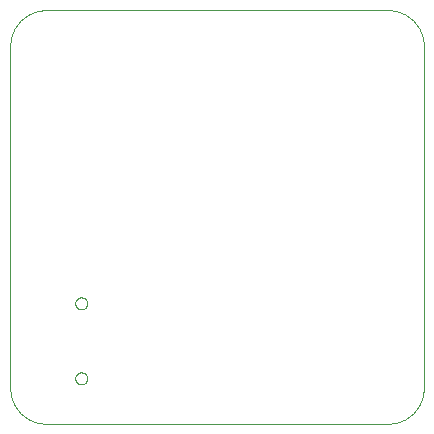
<source format=gbp>
G04 EAGLE Gerber RS-274X export*
G75*
%MOMM*%
%FSLAX35Y35*%
%LPD*%
%INsolder_paste_bottom*%
%IPPOS*%
%AMOC8*
5,1,8,0,0,1.08239X$1,22.5*%
G01*
%ADD10C,0.000000*%


D10*
X100Y3199800D02*
X100Y299800D01*
X188Y292551D01*
X450Y285306D01*
X888Y278070D01*
X1501Y270846D01*
X2287Y263639D01*
X3248Y256453D01*
X4382Y249293D01*
X5689Y242162D01*
X7168Y235065D01*
X8817Y228005D01*
X10637Y220988D01*
X12626Y214016D01*
X14783Y207095D01*
X17106Y200228D01*
X19595Y193419D01*
X22248Y186672D01*
X25062Y179991D01*
X28038Y173380D01*
X31172Y166843D01*
X34463Y160383D01*
X37910Y154005D01*
X41509Y147712D01*
X45260Y141508D01*
X49159Y135396D01*
X53205Y129381D01*
X57395Y123464D01*
X61727Y117651D01*
X66198Y111944D01*
X70805Y106347D01*
X75547Y100863D01*
X80419Y95495D01*
X85420Y90247D01*
X90547Y85120D01*
X95795Y80119D01*
X101163Y75247D01*
X106647Y70505D01*
X112244Y65898D01*
X117951Y61427D01*
X123764Y57095D01*
X129681Y52905D01*
X135696Y48859D01*
X141808Y44960D01*
X148012Y41209D01*
X154305Y37610D01*
X160683Y34163D01*
X167143Y30872D01*
X173680Y27738D01*
X180291Y24762D01*
X186972Y21948D01*
X193719Y19295D01*
X200528Y16806D01*
X207395Y14483D01*
X214316Y12326D01*
X221288Y10337D01*
X228305Y8517D01*
X235365Y6868D01*
X242462Y5389D01*
X249593Y4082D01*
X256753Y2948D01*
X263939Y1987D01*
X271146Y1201D01*
X278370Y588D01*
X285606Y150D01*
X292851Y-112D01*
X300100Y-200D01*
X3200100Y-200D01*
X3207349Y-112D01*
X3214594Y150D01*
X3221830Y588D01*
X3229054Y1201D01*
X3236261Y1987D01*
X3243447Y2948D01*
X3250607Y4082D01*
X3257738Y5389D01*
X3264835Y6868D01*
X3271895Y8517D01*
X3278912Y10337D01*
X3285884Y12326D01*
X3292805Y14483D01*
X3299672Y16806D01*
X3306481Y19295D01*
X3313228Y21948D01*
X3319909Y24762D01*
X3326520Y27738D01*
X3333057Y30872D01*
X3339517Y34163D01*
X3345895Y37610D01*
X3352188Y41209D01*
X3358392Y44960D01*
X3364504Y48859D01*
X3370519Y52905D01*
X3376436Y57095D01*
X3382249Y61427D01*
X3387956Y65898D01*
X3393553Y70505D01*
X3399037Y75247D01*
X3404405Y80119D01*
X3409653Y85120D01*
X3414780Y90247D01*
X3419781Y95495D01*
X3424653Y100863D01*
X3429395Y106347D01*
X3434002Y111944D01*
X3438473Y117651D01*
X3442805Y123464D01*
X3446995Y129381D01*
X3451041Y135396D01*
X3454940Y141508D01*
X3458691Y147712D01*
X3462290Y154005D01*
X3465737Y160383D01*
X3469028Y166843D01*
X3472162Y173380D01*
X3475138Y179991D01*
X3477952Y186672D01*
X3480605Y193419D01*
X3483094Y200228D01*
X3485417Y207095D01*
X3487574Y214016D01*
X3489563Y220988D01*
X3491383Y228005D01*
X3493032Y235065D01*
X3494511Y242162D01*
X3495818Y249293D01*
X3496952Y256453D01*
X3497913Y263639D01*
X3498699Y270846D01*
X3499312Y278070D01*
X3499750Y285306D01*
X3500012Y292551D01*
X3500100Y299800D01*
X3500100Y3199800D01*
X3500012Y3207049D01*
X3499750Y3214294D01*
X3499312Y3221530D01*
X3498699Y3228754D01*
X3497913Y3235961D01*
X3496952Y3243147D01*
X3495818Y3250307D01*
X3494511Y3257438D01*
X3493032Y3264535D01*
X3491383Y3271595D01*
X3489563Y3278612D01*
X3487574Y3285584D01*
X3485417Y3292505D01*
X3483094Y3299372D01*
X3480605Y3306181D01*
X3477952Y3312928D01*
X3475138Y3319609D01*
X3472162Y3326220D01*
X3469028Y3332757D01*
X3465737Y3339217D01*
X3462290Y3345595D01*
X3458691Y3351888D01*
X3454940Y3358092D01*
X3451041Y3364204D01*
X3446995Y3370219D01*
X3442805Y3376136D01*
X3438473Y3381949D01*
X3434002Y3387656D01*
X3429395Y3393253D01*
X3424653Y3398737D01*
X3419781Y3404105D01*
X3414780Y3409353D01*
X3409653Y3414480D01*
X3404405Y3419481D01*
X3399037Y3424353D01*
X3393553Y3429095D01*
X3387956Y3433702D01*
X3382249Y3438173D01*
X3376436Y3442505D01*
X3370519Y3446695D01*
X3364504Y3450741D01*
X3358392Y3454640D01*
X3352188Y3458391D01*
X3345895Y3461990D01*
X3339517Y3465437D01*
X3333057Y3468728D01*
X3326520Y3471862D01*
X3319909Y3474838D01*
X3313228Y3477652D01*
X3306481Y3480305D01*
X3299672Y3482794D01*
X3292805Y3485117D01*
X3285884Y3487274D01*
X3278912Y3489263D01*
X3271895Y3491083D01*
X3264835Y3492732D01*
X3257738Y3494211D01*
X3250607Y3495518D01*
X3243447Y3496652D01*
X3236261Y3497613D01*
X3229054Y3498399D01*
X3221830Y3499012D01*
X3214594Y3499450D01*
X3207349Y3499712D01*
X3200100Y3499800D01*
X300100Y3499800D01*
X292851Y3499712D01*
X285606Y3499450D01*
X278370Y3499012D01*
X271146Y3498399D01*
X263939Y3497613D01*
X256753Y3496652D01*
X249593Y3495518D01*
X242462Y3494211D01*
X235365Y3492732D01*
X228305Y3491083D01*
X221288Y3489263D01*
X214316Y3487274D01*
X207395Y3485117D01*
X200528Y3482794D01*
X193719Y3480305D01*
X186972Y3477652D01*
X180291Y3474838D01*
X173680Y3471862D01*
X167143Y3468728D01*
X160683Y3465437D01*
X154305Y3461990D01*
X148012Y3458391D01*
X141808Y3454640D01*
X135696Y3450741D01*
X129681Y3446695D01*
X123764Y3442505D01*
X117951Y3438173D01*
X112244Y3433702D01*
X106647Y3429095D01*
X101163Y3424353D01*
X95795Y3419481D01*
X90547Y3414480D01*
X85420Y3409353D01*
X80419Y3404105D01*
X75547Y3398737D01*
X70805Y3393253D01*
X66198Y3387656D01*
X61727Y3381949D01*
X57395Y3376136D01*
X53205Y3370219D01*
X49159Y3364204D01*
X45260Y3358092D01*
X41509Y3351888D01*
X37910Y3345595D01*
X34463Y3339217D01*
X31172Y3332757D01*
X28038Y3326220D01*
X25062Y3319609D01*
X22248Y3312928D01*
X19595Y3306181D01*
X17106Y3299372D01*
X14783Y3292505D01*
X12626Y3285584D01*
X10637Y3278612D01*
X8817Y3271595D01*
X7168Y3264535D01*
X5689Y3257438D01*
X4382Y3250307D01*
X3248Y3243147D01*
X2287Y3235961D01*
X1501Y3228754D01*
X888Y3221530D01*
X450Y3214294D01*
X188Y3207049D01*
X100Y3199800D01*
X549000Y1017500D02*
X549015Y1018752D01*
X549061Y1020002D01*
X549138Y1021252D01*
X549246Y1022499D01*
X549384Y1023743D01*
X549552Y1024983D01*
X549751Y1026219D01*
X549980Y1027450D01*
X550239Y1028674D01*
X550528Y1029892D01*
X550847Y1031102D01*
X551196Y1032305D01*
X551574Y1033498D01*
X551981Y1034681D01*
X552417Y1035855D01*
X552882Y1037017D01*
X553375Y1038167D01*
X553897Y1039305D01*
X554446Y1040430D01*
X555022Y1041541D01*
X555626Y1042638D01*
X556256Y1043719D01*
X556912Y1044785D01*
X557595Y1045834D01*
X558303Y1046866D01*
X559036Y1047881D01*
X559794Y1048877D01*
X560576Y1049854D01*
X561382Y1050812D01*
X562211Y1051750D01*
X563063Y1052667D01*
X563938Y1053562D01*
X564833Y1054437D01*
X565750Y1055289D01*
X566688Y1056118D01*
X567646Y1056924D01*
X568623Y1057706D01*
X569619Y1058464D01*
X570634Y1059197D01*
X571666Y1059905D01*
X572715Y1060588D01*
X573781Y1061244D01*
X574862Y1061874D01*
X575959Y1062478D01*
X577070Y1063054D01*
X578195Y1063603D01*
X579333Y1064125D01*
X580483Y1064618D01*
X581645Y1065083D01*
X582819Y1065519D01*
X584002Y1065926D01*
X585195Y1066304D01*
X586398Y1066653D01*
X587608Y1066972D01*
X588826Y1067261D01*
X590050Y1067520D01*
X591281Y1067749D01*
X592517Y1067948D01*
X593757Y1068116D01*
X595001Y1068254D01*
X596248Y1068362D01*
X597498Y1068439D01*
X598748Y1068485D01*
X600000Y1068500D01*
X601252Y1068485D01*
X602502Y1068439D01*
X603752Y1068362D01*
X604999Y1068254D01*
X606243Y1068116D01*
X607483Y1067948D01*
X608719Y1067749D01*
X609950Y1067520D01*
X611174Y1067261D01*
X612392Y1066972D01*
X613602Y1066653D01*
X614805Y1066304D01*
X615998Y1065926D01*
X617181Y1065519D01*
X618355Y1065083D01*
X619517Y1064618D01*
X620667Y1064125D01*
X621805Y1063603D01*
X622930Y1063054D01*
X624041Y1062478D01*
X625138Y1061874D01*
X626219Y1061244D01*
X627285Y1060588D01*
X628334Y1059905D01*
X629366Y1059197D01*
X630381Y1058464D01*
X631377Y1057706D01*
X632354Y1056924D01*
X633312Y1056118D01*
X634250Y1055289D01*
X635167Y1054437D01*
X636062Y1053562D01*
X636937Y1052667D01*
X637789Y1051750D01*
X638618Y1050812D01*
X639424Y1049854D01*
X640206Y1048877D01*
X640964Y1047881D01*
X641697Y1046866D01*
X642405Y1045834D01*
X643088Y1044785D01*
X643744Y1043719D01*
X644374Y1042638D01*
X644978Y1041541D01*
X645554Y1040430D01*
X646103Y1039305D01*
X646625Y1038167D01*
X647118Y1037017D01*
X647583Y1035855D01*
X648019Y1034681D01*
X648426Y1033498D01*
X648804Y1032305D01*
X649153Y1031102D01*
X649472Y1029892D01*
X649761Y1028674D01*
X650020Y1027450D01*
X650249Y1026219D01*
X650448Y1024983D01*
X650616Y1023743D01*
X650754Y1022499D01*
X650862Y1021252D01*
X650939Y1020002D01*
X650985Y1018752D01*
X651000Y1017500D01*
X650985Y1016248D01*
X650939Y1014998D01*
X650862Y1013748D01*
X650754Y1012501D01*
X650616Y1011257D01*
X650448Y1010017D01*
X650249Y1008781D01*
X650020Y1007550D01*
X649761Y1006326D01*
X649472Y1005108D01*
X649153Y1003898D01*
X648804Y1002695D01*
X648426Y1001502D01*
X648019Y1000319D01*
X647583Y999145D01*
X647118Y997983D01*
X646625Y996833D01*
X646103Y995695D01*
X645554Y994570D01*
X644978Y993459D01*
X644374Y992362D01*
X643744Y991281D01*
X643088Y990215D01*
X642405Y989166D01*
X641697Y988134D01*
X640964Y987119D01*
X640206Y986123D01*
X639424Y985146D01*
X638618Y984188D01*
X637789Y983250D01*
X636937Y982333D01*
X636062Y981438D01*
X635167Y980563D01*
X634250Y979711D01*
X633312Y978882D01*
X632354Y978076D01*
X631377Y977294D01*
X630381Y976536D01*
X629366Y975803D01*
X628334Y975095D01*
X627285Y974412D01*
X626219Y973756D01*
X625138Y973126D01*
X624041Y972522D01*
X622930Y971946D01*
X621805Y971397D01*
X620667Y970875D01*
X619517Y970382D01*
X618355Y969917D01*
X617181Y969481D01*
X615998Y969074D01*
X614805Y968696D01*
X613602Y968347D01*
X612392Y968028D01*
X611174Y967739D01*
X609950Y967480D01*
X608719Y967251D01*
X607483Y967052D01*
X606243Y966884D01*
X604999Y966746D01*
X603752Y966638D01*
X602502Y966561D01*
X601252Y966515D01*
X600000Y966500D01*
X598748Y966515D01*
X597498Y966561D01*
X596248Y966638D01*
X595001Y966746D01*
X593757Y966884D01*
X592517Y967052D01*
X591281Y967251D01*
X590050Y967480D01*
X588826Y967739D01*
X587608Y968028D01*
X586398Y968347D01*
X585195Y968696D01*
X584002Y969074D01*
X582819Y969481D01*
X581645Y969917D01*
X580483Y970382D01*
X579333Y970875D01*
X578195Y971397D01*
X577070Y971946D01*
X575959Y972522D01*
X574862Y973126D01*
X573781Y973756D01*
X572715Y974412D01*
X571666Y975095D01*
X570634Y975803D01*
X569619Y976536D01*
X568623Y977294D01*
X567646Y978076D01*
X566688Y978882D01*
X565750Y979711D01*
X564833Y980563D01*
X563938Y981438D01*
X563063Y982333D01*
X562211Y983250D01*
X561382Y984188D01*
X560576Y985146D01*
X559794Y986123D01*
X559036Y987119D01*
X558303Y988134D01*
X557595Y989166D01*
X556912Y990215D01*
X556256Y991281D01*
X555626Y992362D01*
X555022Y993459D01*
X554446Y994570D01*
X553897Y995695D01*
X553375Y996833D01*
X552882Y997983D01*
X552417Y999145D01*
X551981Y1000319D01*
X551574Y1001502D01*
X551196Y1002695D01*
X550847Y1003898D01*
X550528Y1005108D01*
X550239Y1006326D01*
X549980Y1007550D01*
X549751Y1008781D01*
X549552Y1010017D01*
X549384Y1011257D01*
X549246Y1012501D01*
X549138Y1013748D01*
X549061Y1014998D01*
X549015Y1016248D01*
X549000Y1017500D01*
X549000Y382500D02*
X549015Y383752D01*
X549061Y385002D01*
X549138Y386252D01*
X549246Y387499D01*
X549384Y388743D01*
X549552Y389983D01*
X549751Y391219D01*
X549980Y392450D01*
X550239Y393674D01*
X550528Y394892D01*
X550847Y396102D01*
X551196Y397305D01*
X551574Y398498D01*
X551981Y399681D01*
X552417Y400855D01*
X552882Y402017D01*
X553375Y403167D01*
X553897Y404305D01*
X554446Y405430D01*
X555022Y406541D01*
X555626Y407638D01*
X556256Y408719D01*
X556912Y409785D01*
X557595Y410834D01*
X558303Y411866D01*
X559036Y412881D01*
X559794Y413877D01*
X560576Y414854D01*
X561382Y415812D01*
X562211Y416750D01*
X563063Y417667D01*
X563938Y418562D01*
X564833Y419437D01*
X565750Y420289D01*
X566688Y421118D01*
X567646Y421924D01*
X568623Y422706D01*
X569619Y423464D01*
X570634Y424197D01*
X571666Y424905D01*
X572715Y425588D01*
X573781Y426244D01*
X574862Y426874D01*
X575959Y427478D01*
X577070Y428054D01*
X578195Y428603D01*
X579333Y429125D01*
X580483Y429618D01*
X581645Y430083D01*
X582819Y430519D01*
X584002Y430926D01*
X585195Y431304D01*
X586398Y431653D01*
X587608Y431972D01*
X588826Y432261D01*
X590050Y432520D01*
X591281Y432749D01*
X592517Y432948D01*
X593757Y433116D01*
X595001Y433254D01*
X596248Y433362D01*
X597498Y433439D01*
X598748Y433485D01*
X600000Y433500D01*
X601252Y433485D01*
X602502Y433439D01*
X603752Y433362D01*
X604999Y433254D01*
X606243Y433116D01*
X607483Y432948D01*
X608719Y432749D01*
X609950Y432520D01*
X611174Y432261D01*
X612392Y431972D01*
X613602Y431653D01*
X614805Y431304D01*
X615998Y430926D01*
X617181Y430519D01*
X618355Y430083D01*
X619517Y429618D01*
X620667Y429125D01*
X621805Y428603D01*
X622930Y428054D01*
X624041Y427478D01*
X625138Y426874D01*
X626219Y426244D01*
X627285Y425588D01*
X628334Y424905D01*
X629366Y424197D01*
X630381Y423464D01*
X631377Y422706D01*
X632354Y421924D01*
X633312Y421118D01*
X634250Y420289D01*
X635167Y419437D01*
X636062Y418562D01*
X636937Y417667D01*
X637789Y416750D01*
X638618Y415812D01*
X639424Y414854D01*
X640206Y413877D01*
X640964Y412881D01*
X641697Y411866D01*
X642405Y410834D01*
X643088Y409785D01*
X643744Y408719D01*
X644374Y407638D01*
X644978Y406541D01*
X645554Y405430D01*
X646103Y404305D01*
X646625Y403167D01*
X647118Y402017D01*
X647583Y400855D01*
X648019Y399681D01*
X648426Y398498D01*
X648804Y397305D01*
X649153Y396102D01*
X649472Y394892D01*
X649761Y393674D01*
X650020Y392450D01*
X650249Y391219D01*
X650448Y389983D01*
X650616Y388743D01*
X650754Y387499D01*
X650862Y386252D01*
X650939Y385002D01*
X650985Y383752D01*
X651000Y382500D01*
X650985Y381248D01*
X650939Y379998D01*
X650862Y378748D01*
X650754Y377501D01*
X650616Y376257D01*
X650448Y375017D01*
X650249Y373781D01*
X650020Y372550D01*
X649761Y371326D01*
X649472Y370108D01*
X649153Y368898D01*
X648804Y367695D01*
X648426Y366502D01*
X648019Y365319D01*
X647583Y364145D01*
X647118Y362983D01*
X646625Y361833D01*
X646103Y360695D01*
X645554Y359570D01*
X644978Y358459D01*
X644374Y357362D01*
X643744Y356281D01*
X643088Y355215D01*
X642405Y354166D01*
X641697Y353134D01*
X640964Y352119D01*
X640206Y351123D01*
X639424Y350146D01*
X638618Y349188D01*
X637789Y348250D01*
X636937Y347333D01*
X636062Y346438D01*
X635167Y345563D01*
X634250Y344711D01*
X633312Y343882D01*
X632354Y343076D01*
X631377Y342294D01*
X630381Y341536D01*
X629366Y340803D01*
X628334Y340095D01*
X627285Y339412D01*
X626219Y338756D01*
X625138Y338126D01*
X624041Y337522D01*
X622930Y336946D01*
X621805Y336397D01*
X620667Y335875D01*
X619517Y335382D01*
X618355Y334917D01*
X617181Y334481D01*
X615998Y334074D01*
X614805Y333696D01*
X613602Y333347D01*
X612392Y333028D01*
X611174Y332739D01*
X609950Y332480D01*
X608719Y332251D01*
X607483Y332052D01*
X606243Y331884D01*
X604999Y331746D01*
X603752Y331638D01*
X602502Y331561D01*
X601252Y331515D01*
X600000Y331500D01*
X598748Y331515D01*
X597498Y331561D01*
X596248Y331638D01*
X595001Y331746D01*
X593757Y331884D01*
X592517Y332052D01*
X591281Y332251D01*
X590050Y332480D01*
X588826Y332739D01*
X587608Y333028D01*
X586398Y333347D01*
X585195Y333696D01*
X584002Y334074D01*
X582819Y334481D01*
X581645Y334917D01*
X580483Y335382D01*
X579333Y335875D01*
X578195Y336397D01*
X577070Y336946D01*
X575959Y337522D01*
X574862Y338126D01*
X573781Y338756D01*
X572715Y339412D01*
X571666Y340095D01*
X570634Y340803D01*
X569619Y341536D01*
X568623Y342294D01*
X567646Y343076D01*
X566688Y343882D01*
X565750Y344711D01*
X564833Y345563D01*
X563938Y346438D01*
X563063Y347333D01*
X562211Y348250D01*
X561382Y349188D01*
X560576Y350146D01*
X559794Y351123D01*
X559036Y352119D01*
X558303Y353134D01*
X557595Y354166D01*
X556912Y355215D01*
X556256Y356281D01*
X555626Y357362D01*
X555022Y358459D01*
X554446Y359570D01*
X553897Y360695D01*
X553375Y361833D01*
X552882Y362983D01*
X552417Y364145D01*
X551981Y365319D01*
X551574Y366502D01*
X551196Y367695D01*
X550847Y368898D01*
X550528Y370108D01*
X550239Y371326D01*
X549980Y372550D01*
X549751Y373781D01*
X549552Y375017D01*
X549384Y376257D01*
X549246Y377501D01*
X549138Y378748D01*
X549061Y379998D01*
X549015Y381248D01*
X549000Y382500D01*
M02*

</source>
